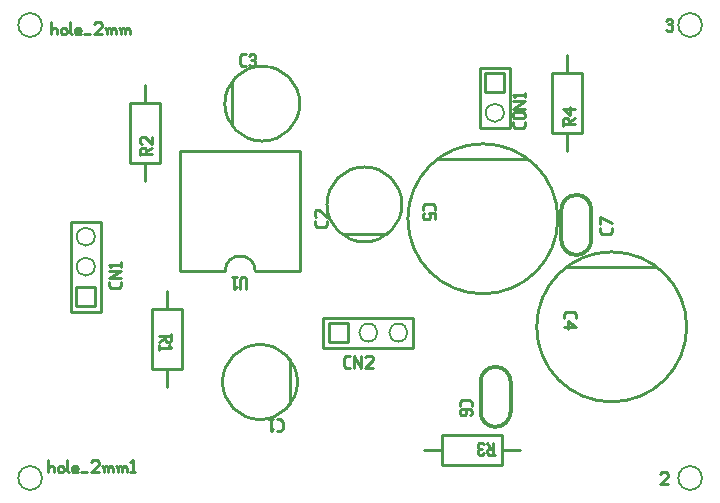
<source format=gbr>
G04 start of page 14 for group -4079 idx -4079 *
G04 Title: (unknown), topsilk *
G04 Creator: pcb-gtk 1.99z *
G04 CreationDate: Sat Jun  4 21:01:05 2016 UTC *
G04 For: khazakar *
G04 Format: Gerber/RS-274X *
G04 PCB-Dimensions (mm): 152.40 127.00 *
G04 PCB-Coordinate-Origin: lower left *
%MOMM*%
%FSLAX43Y43*%
%LNTOPSILK*%
%ADD112C,0.305*%
%ADD111C,0.200*%
%ADD110C,0.254*%
%ADD109C,0.137*%
%ADD108C,0.259*%
G54D108*X4708Y101464D02*X7248D01*
X4708Y109084D02*Y101464D01*
Y109084D02*X7248D01*
Y101464D01*
X5177Y101934D02*X6778D01*
X5177Y103534D02*Y101934D01*
Y103534D02*X6778D01*
Y101934D01*
G54D109*X6740Y105274D02*G75*G03X6740Y105274I-762J0D01*G01*
Y107814D02*G75*G03X6740Y107814I-762J0D01*G01*
G54D110*X20320Y104902D02*X24130D01*
Y115062D02*Y104902D01*
X13970Y115062D02*X24130D01*
X13970D02*Y104902D01*
X17780D01*
X20320D02*G75*G03X17780Y104902I-1270J0D01*G01*
X18385Y120981D02*Y117171D01*
X20925Y122251D02*G75*G03X17750Y119076I0J-3175D01*G01*
X24100Y119075D02*G75*G03X20925Y122251I-3175J0D01*G01*
Y115901D02*G75*G03X24100Y119076I0J3175D01*G01*
X17750Y119076D02*G75*G03X20925Y115901I3175J0D01*G01*
X9715Y119148D02*Y114068D01*
Y119148D02*X12255D01*
Y114068D01*
X9715D02*X12255D01*
X10985D02*Y112544D01*
Y120672D02*Y119148D01*
G54D111*X270Y125730D02*G75*G03X270Y125730I1000J0D01*G01*
G54D110*X23273Y97414D02*Y93604D01*
X20733Y92334D02*G75*G03X23908Y95509I0J3175D01*G01*
X17558Y95509D02*G75*G03X20733Y92334I3175J0D01*G01*
Y98684D02*G75*G03X17558Y95509I0J-3175D01*G01*
X23908Y95509D02*G75*G03X20733Y98684I-3175J0D01*G01*
X14099Y101719D02*Y96639D01*
X11559D02*X14099D01*
X11559Y101719D02*Y96639D01*
Y101719D02*X14099D01*
X12829Y103243D02*Y101719D01*
Y96639D02*Y95115D01*
G54D108*X26094Y100961D02*Y98421D01*
Y100961D02*X33714D01*
Y98421D01*
X26094D02*X33714D01*
X26564Y100491D02*Y98891D01*
Y100491D02*X28164D01*
Y98891D01*
X26564D02*X28164D01*
G54D109*X29904Y98929D02*G75*G03X29904Y98929I0J762D01*G01*
X32444D02*G75*G03X32444Y98929I0J762D01*G01*
G54D111*X56150Y87376D02*G75*G03X56150Y87376I1000J0D01*G01*
X270D02*G75*G03X270Y87376I1000J0D01*G01*
G54D112*X46236Y110072D02*Y107532D01*
X48776Y110072D02*Y107532D01*
X47506Y106262D02*G75*G03X48776Y107532I0J1270D01*G01*
X47506Y111342D02*G75*G03X46236Y110072I0J-1270D01*G01*
Y107532D02*G75*G03X47506Y106262I1270J0D01*G01*
X48776Y110097D02*G75*G03X47506Y111367I-1270J0D01*G01*
G54D110*X45484Y121659D02*Y116579D01*
Y121659D02*X48024D01*
Y116579D01*
X45484D02*X48024D01*
X46754D02*Y115055D01*
Y123183D02*Y121659D01*
X27670Y108002D02*X31480D01*
X26400Y110542D02*G75*G03X29575Y107367I3175J0D01*G01*
X29575Y113717D02*G75*G03X26400Y110542I0J-3175D01*G01*
X32750D02*G75*G03X29575Y113717I-3175J0D01*G01*
X29575Y107367D02*G75*G03X32750Y110542I0J3175D01*G01*
G54D108*X39345Y122110D02*X41885D01*
Y117030D01*
X39345D02*X41885D01*
X39345Y122110D02*Y117030D01*
X39815Y121640D02*X41415D01*
Y120040D01*
X39815D02*X41415D01*
X39815Y121640D02*Y120040D01*
G54D109*X39853Y118300D02*G75*G03X39853Y118300I762J0D01*G01*
G54D110*X35789Y114404D02*X43409D01*
X45949Y109324D02*G75*G03X39599Y115674I-6350J0D01*G01*
X39598Y102974D02*G75*G03X45949Y109324I0J6350D01*G01*
X33249Y109324D02*G75*G03X39599Y102974I6350J0D01*G01*
X39598Y115674D02*G75*G03X33249Y109324I0J-6350D01*G01*
G54D111*X56150Y125730D02*G75*G03X56150Y125730I1000J0D01*G01*
G54D110*X46696Y105256D02*X54316D01*
X56856Y100176D02*G75*G03X50506Y106526I-6350J0D01*G01*
X50506Y93826D02*G75*G03X56856Y100177I0J6350D01*G01*
X44156Y100176D02*G75*G03X50506Y93826I6350J0D01*G01*
X50506Y106526D02*G75*G03X44156Y100177I0J-6350D01*G01*
G54D112*X41946Y95525D02*Y92985D01*
X39406Y95525D02*Y92985D01*
X40676Y96795D02*G75*G03X39406Y95525I0J-1270D01*G01*
X40676Y91715D02*G75*G03X41946Y92985I0J1270D01*G01*
Y95525D02*G75*G03X40676Y96795I-1270J0D01*G01*
X39406Y92960D02*G75*G03X40676Y91690I1270J0D01*G01*
G54D110*X36161Y88471D02*X41241D01*
X36161Y91011D02*Y88471D01*
Y91011D02*X41241D01*
Y88471D01*
Y89741D02*X42765D01*
X34637D02*X36161D01*
X19198Y122251D02*X19528D01*
X19020Y122428D02*X19198Y122251D01*
X19020Y123089D02*Y122428D01*
Y123089D02*X19198Y123267D01*
X19528D01*
X19833Y123140D02*X19960Y123267D01*
X20214D01*
X20341Y123140D01*
X20214Y122251D02*X20341Y122378D01*
X19960Y122251D02*X20214D01*
X19833Y122378D02*X19960Y122251D01*
Y122809D02*X20214D01*
X20341Y123140D02*Y122936D01*
Y122682D02*Y122378D01*
Y122682D02*X20214Y122809D01*
X20341Y122936D02*X20214Y122809D01*
X10604Y115211D02*Y114703D01*
Y115211D02*X10731Y115338D01*
X10985D01*
X11112Y115211D02*X10985Y115338D01*
X11112Y115211D02*Y114830D01*
X10604D02*X11620D01*
X11112Y115033D02*X11620Y115338D01*
X10731Y115643D02*X10604Y115770D01*
Y116151D02*Y115770D01*
Y116151D02*X10731Y116278D01*
X10985D01*
X11620Y115643D02*X10985Y116278D01*
X11620D02*Y115643D01*
X3048Y125984D02*Y124968D01*
Y125349D02*X3175Y125476D01*
X3429D01*
X3556Y125349D01*
Y124968D01*
X3861Y125349D02*Y125095D01*
Y125349D02*X3988Y125476D01*
X4242D01*
X4369Y125349D01*
Y125095D01*
X4242Y124968D02*X4369Y125095D01*
X3988Y124968D02*X4242D01*
X3861Y125095D02*X3988Y124968D01*
X4674Y125984D02*Y125095D01*
X4801Y124968D01*
X5182D02*X5563D01*
X5055Y125095D02*X5182Y124968D01*
X5055Y125349D02*Y125095D01*
Y125349D02*X5182Y125476D01*
X5436D01*
X5563Y125349D01*
X5055Y125222D02*X5563D01*
Y125349D02*Y125222D01*
X5867Y124968D02*X6375D01*
X6680Y125857D02*X6807Y125984D01*
X7188D01*
X7315Y125857D01*
Y125603D01*
X6680Y124968D02*X7315Y125603D01*
X6680Y124968D02*X7315D01*
X7747Y125349D02*Y124968D01*
Y125349D02*X7874Y125476D01*
X8001D01*
X8128Y125349D01*
Y124968D01*
Y125349D02*X8255Y125476D01*
X8382D01*
X8509Y125349D01*
Y124968D01*
X7620Y125476D02*X7747Y125349D01*
X8941D02*Y124968D01*
Y125349D02*X9068Y125476D01*
X9195D01*
X9322Y125349D01*
Y124968D01*
Y125349D02*X9449Y125476D01*
X9576D01*
X9703Y125349D01*
Y124968D01*
X8814Y125476D02*X8941Y125349D01*
X22130Y92334D02*X22460D01*
X22638Y92156D02*X22460Y92334D01*
X22638Y92156D02*Y91496D01*
X22460Y91318D01*
X22130D02*X22460D01*
X21825Y91521D02*X21622Y91318D01*
Y92334D02*Y91318D01*
X21444Y92334D02*X21825D01*
X13210Y99560D02*Y99052D01*
X13083Y98925D01*
X12829D02*X13083D01*
X12702Y99052D02*X12829Y98925D01*
X12702Y99433D02*Y99052D01*
X12194Y99433D02*X13210D01*
X12702Y99229D02*X12194Y98925D01*
X13007Y98620D02*X13210Y98417D01*
X12194D02*X13210D01*
X12194Y98620D02*Y98239D01*
X8949Y104004D02*Y103673D01*
X8772Y103496D02*X8949Y103673D01*
X8111Y103496D02*X8772D01*
X8111D02*X7933Y103673D01*
Y104004D02*Y103673D01*
Y104308D02*X8949D01*
X7933D02*X8949Y104943D01*
X7933D02*X8949D01*
X8137Y105248D02*X7933Y105451D01*
X8949D01*
Y105629D02*Y105248D01*
X19558Y104267D02*Y103378D01*
Y104267D02*X19431Y104394D01*
X19177D02*X19431D01*
X19177D02*X19050Y104267D01*
Y103378D01*
X18745Y103581D02*X18542Y103378D01*
Y104394D02*Y103378D01*
X18364Y104394D02*X18745D01*
X50554Y108548D02*Y108217D01*
X50376Y108040D02*X50554Y108217D01*
X49716Y108040D02*X50376D01*
X49716D02*X49538Y108217D01*
Y108548D02*Y108217D01*
X50554Y108979D02*X49538Y109487D01*
Y108852D01*
X46442Y101268D02*Y100938D01*
X46620Y101446D02*X46442Y101268D01*
X46620Y101446D02*X47280D01*
X47458Y101268D01*
Y100938D01*
X46823Y100633D02*X47458Y100125D01*
X46823Y100633D02*Y99998D01*
X46442Y100125D02*X47458D01*
X46373Y117722D02*Y117214D01*
Y117722D02*X46500Y117849D01*
X46754D01*
X46881Y117722D02*X46754Y117849D01*
X46881Y117722D02*Y117341D01*
X46373D02*X47389D01*
X46881Y117544D02*X47389Y117849D01*
X47008Y118154D02*X46373Y118662D01*
X47008Y118789D02*Y118154D01*
X46373Y118662D02*X47389D01*
X43155Y117538D02*Y117208D01*
X42977Y117030D02*X43155Y117208D01*
X42317Y117030D02*X42977D01*
X42317D02*X42139Y117208D01*
Y117538D02*Y117208D01*
X42266Y117843D02*X43028D01*
X42266D02*X42139Y117970D01*
Y118224D02*Y117970D01*
Y118224D02*X42266Y118351D01*
X43028D01*
X43155Y118224D02*X43028Y118351D01*
X43155Y118224D02*Y117970D01*
X43028Y117843D02*X43155Y117970D01*
X42139Y118656D02*X43155D01*
X42139D02*X43155Y119291D01*
X42139D02*X43155D01*
X42342Y119596D02*X42139Y119799D01*
X43155D01*
Y119977D02*Y119596D01*
X55118Y126111D02*X55245Y126238D01*
X55499D01*
X55626Y126111D01*
X55499Y125222D02*X55626Y125349D01*
X55245Y125222D02*X55499D01*
X55118Y125349D02*X55245Y125222D01*
Y125781D02*X55499D01*
X55626Y126111D02*Y125908D01*
Y125654D02*Y125349D01*
Y125654D02*X55499Y125781D01*
X55626Y125908D02*X55499Y125781D01*
X28049Y96719D02*X28380D01*
X27872Y96897D02*X28049Y96719D01*
X27872Y97558D02*Y96897D01*
Y97558D02*X28049Y97735D01*
X28380D01*
X28684D02*Y96719D01*
Y97735D02*X29319Y96719D01*
Y97735D02*Y96719D01*
X29624Y97608D02*X29751Y97735D01*
X30132D01*
X30259Y97608D01*
Y97354D01*
X29624Y96719D02*X30259Y97354D01*
X29624Y96719D02*X30259D01*
X37628Y93823D02*Y93493D01*
X37805Y94001D02*X37628Y93823D01*
X37805Y94001D02*X38466D01*
X38644Y93823D01*
Y93493D01*
Y92807D02*X38517Y92680D01*
X38644Y93061D02*Y92807D01*
X38517Y93188D02*X38644Y93061D01*
X37755Y93188D02*X38517D01*
X37755D02*X37628Y93061D01*
X38186Y92807D02*X38059Y92680D01*
X38186Y93188D02*Y92807D01*
X37628Y93061D02*Y92807D01*
X37755Y92680D01*
X38059D01*
X40098Y89360D02*X40606D01*
X40098D02*X39971Y89487D01*
Y89741D02*Y89487D01*
X40098Y89868D02*X39971Y89741D01*
X40098Y89868D02*X40479D01*
Y90376D02*Y89360D01*
X40275Y89868D02*X39971Y90376D01*
X39666Y89487D02*X39539Y89360D01*
X39285D02*X39539D01*
X39285D02*X39158Y89487D01*
X39285Y90376D02*X39158Y90249D01*
X39285Y90376D02*X39539D01*
X39666Y90249D02*X39539Y90376D01*
X39285Y89817D02*X39539D01*
X39158Y89690D02*Y89487D01*
Y90249D02*Y89944D01*
X39285Y89817D01*
X39158Y89690D02*X39285Y89817D01*
X54610Y87757D02*X54737Y87884D01*
X55118D01*
X55245Y87757D01*
Y87503D01*
X54610Y86868D02*X55245Y87503D01*
X54610Y86868D02*X55245D01*
X2794Y88900D02*Y87884D01*
Y88265D02*X2921Y88392D01*
X3175D01*
X3302Y88265D01*
Y87884D01*
X3607Y88265D02*Y88011D01*
Y88265D02*X3734Y88392D01*
X3988D01*
X4115Y88265D01*
Y88011D01*
X3988Y87884D02*X4115Y88011D01*
X3734Y87884D02*X3988D01*
X3607Y88011D02*X3734Y87884D01*
X4420Y88900D02*Y88011D01*
X4547Y87884D01*
X4928D02*X5309D01*
X4801Y88011D02*X4928Y87884D01*
X4801Y88265D02*Y88011D01*
Y88265D02*X4928Y88392D01*
X5182D01*
X5309Y88265D01*
X4801Y88138D02*X5309D01*
Y88265D02*Y88138D01*
X5613Y87884D02*X6121D01*
X6426Y88773D02*X6553Y88900D01*
X6934D01*
X7061Y88773D01*
Y88519D01*
X6426Y87884D02*X7061Y88519D01*
X6426Y87884D02*X7061D01*
X7493Y88265D02*Y87884D01*
Y88265D02*X7620Y88392D01*
X7747D01*
X7874Y88265D01*
Y87884D01*
Y88265D02*X8001Y88392D01*
X8128D01*
X8255Y88265D01*
Y87884D01*
X7366Y88392D02*X7493Y88265D01*
X8687D02*Y87884D01*
Y88265D02*X8814Y88392D01*
X8941D01*
X9068Y88265D01*
Y87884D01*
Y88265D02*X9195Y88392D01*
X9322D01*
X9449Y88265D01*
Y87884D01*
X8560Y88392D02*X8687Y88265D01*
X9754Y88697D02*X9957Y88900D01*
Y87884D01*
X9754D02*X10135D01*
X26400Y109145D02*Y108815D01*
X26222Y108637D02*X26400Y108815D01*
X25562Y108637D02*X26222D01*
X25562D02*X25384Y108815D01*
Y109145D02*Y108815D01*
X25511Y109450D02*X25384Y109577D01*
Y109958D02*Y109577D01*
Y109958D02*X25511Y110085D01*
X25765D01*
X26400Y109450D02*X25765Y110085D01*
X26400D02*Y109450D01*
X34519Y110416D02*Y110086D01*
X34697Y110594D02*X34519Y110416D01*
X34697Y110594D02*X35357D01*
X35535Y110416D01*
Y110086D01*
Y109781D02*Y109273D01*
X35027Y109781D02*X35535D01*
X35027D02*X35154Y109654D01*
Y109400D01*
X35027Y109273D01*
X34646D02*X35027D01*
X34519Y109400D02*X34646Y109273D01*
X34519Y109654D02*Y109400D01*
X34646Y109781D02*X34519Y109654D01*
M02*

</source>
